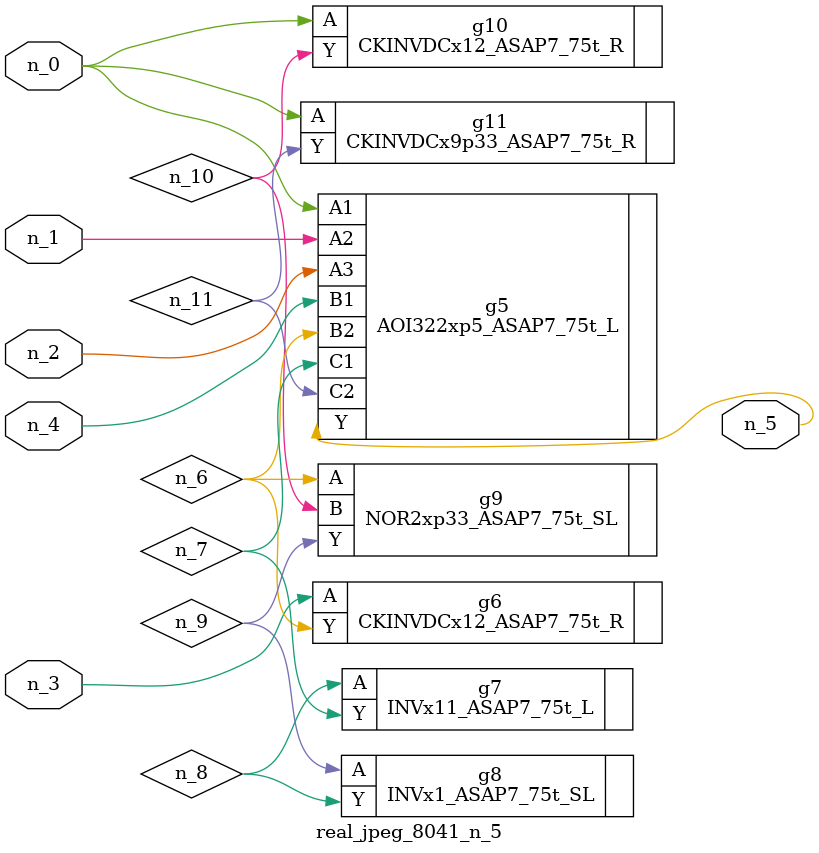
<source format=v>
module real_jpeg_8041_n_5 (n_4, n_0, n_1, n_2, n_3, n_5);

input n_4;
input n_0;
input n_1;
input n_2;
input n_3;

output n_5;

wire n_8;
wire n_11;
wire n_6;
wire n_7;
wire n_10;
wire n_9;

AOI322xp5_ASAP7_75t_L g5 ( 
.A1(n_0),
.A2(n_1),
.A3(n_2),
.B1(n_4),
.B2(n_6),
.C1(n_7),
.C2(n_11),
.Y(n_5)
);

CKINVDCx12_ASAP7_75t_R g10 ( 
.A(n_0),
.Y(n_10)
);

CKINVDCx9p33_ASAP7_75t_R g11 ( 
.A(n_0),
.Y(n_11)
);

CKINVDCx12_ASAP7_75t_R g6 ( 
.A(n_3),
.Y(n_6)
);

NOR2xp33_ASAP7_75t_SL g9 ( 
.A(n_6),
.B(n_10),
.Y(n_9)
);

INVx11_ASAP7_75t_L g7 ( 
.A(n_8),
.Y(n_7)
);

INVx1_ASAP7_75t_SL g8 ( 
.A(n_9),
.Y(n_8)
);


endmodule
</source>
